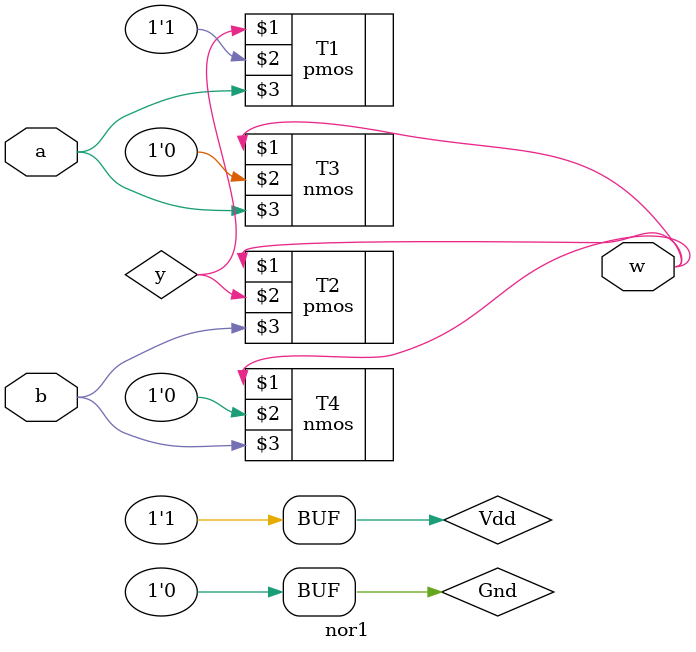
<source format=sv>
`timescale 1ns/1ns

module nor1(input a,b, output w);
supply1 Vdd;
supply0 Gnd;
wire y;

pmos #(5,6,7) T1 (y,Vdd,a);
pmos #(5,6,7) T2 (w,y,b);

nmos #(3,4,5) T3 (w,Gnd,a);
nmos #(3,4,5) T4 (w,Gnd,b);

endmodule

</source>
